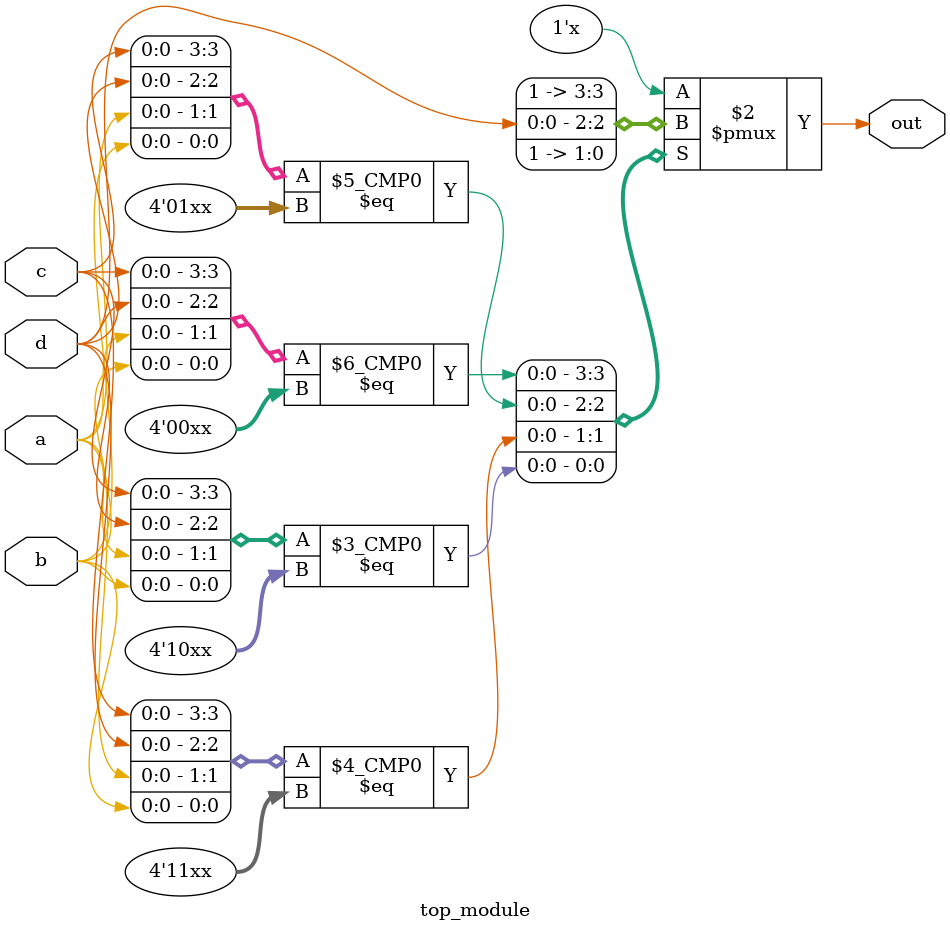
<source format=sv>
module top_module (
	input a, 
	input b,
	input c,
	input d,
	output reg out
);

always @(a or b or c or d) begin
    case({c, d, a, b})
        4'b00xx: out = 1;
        4'b01xx: out = d;
        4'b11xx: out = 1;
        4'b10xx: out = 1;
        default: out = 0;
    endcase
end
            
endmodule

</source>
